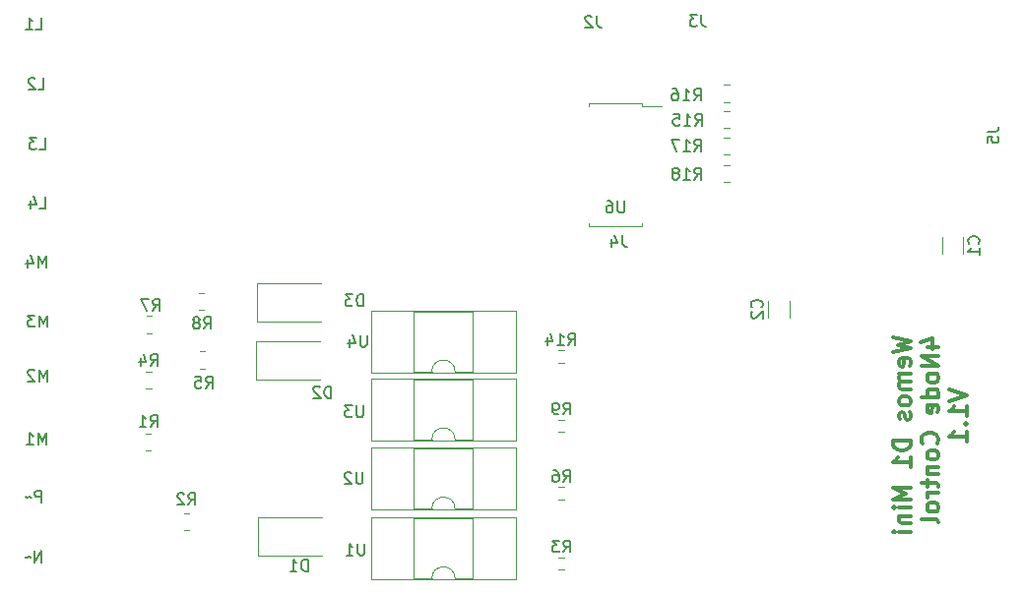
<source format=gbr>
%TF.GenerationSoftware,KiCad,Pcbnew,7.0.8*%
%TF.CreationDate,2025-02-03T20:38:03+05:30*%
%TF.ProjectId,WemosD1Mini-8266,57656d6f-7344-4314-9d69-6e692d383236,rev?*%
%TF.SameCoordinates,Original*%
%TF.FileFunction,Legend,Bot*%
%TF.FilePolarity,Positive*%
%FSLAX46Y46*%
G04 Gerber Fmt 4.6, Leading zero omitted, Abs format (unit mm)*
G04 Created by KiCad (PCBNEW 7.0.8) date 2025-02-03 20:38:03*
%MOMM*%
%LPD*%
G01*
G04 APERTURE LIST*
%ADD10C,0.150000*%
%ADD11C,0.300000*%
%ADD12C,0.120000*%
G04 APERTURE END LIST*
D10*
X103255124Y-128519819D02*
X103255124Y-127519819D01*
X103255124Y-127519819D02*
X102921791Y-128234104D01*
X102921791Y-128234104D02*
X102588458Y-127519819D01*
X102588458Y-127519819D02*
X102588458Y-128519819D01*
X102207505Y-127519819D02*
X101588458Y-127519819D01*
X101588458Y-127519819D02*
X101921791Y-127900771D01*
X101921791Y-127900771D02*
X101778934Y-127900771D01*
X101778934Y-127900771D02*
X101683696Y-127948390D01*
X101683696Y-127948390D02*
X101636077Y-127996009D01*
X101636077Y-127996009D02*
X101588458Y-128091247D01*
X101588458Y-128091247D02*
X101588458Y-128329342D01*
X101588458Y-128329342D02*
X101636077Y-128424580D01*
X101636077Y-128424580D02*
X101683696Y-128472200D01*
X101683696Y-128472200D02*
X101778934Y-128519819D01*
X101778934Y-128519819D02*
X102064648Y-128519819D01*
X102064648Y-128519819D02*
X102159886Y-128472200D01*
X102159886Y-128472200D02*
X102207505Y-128424580D01*
X103155124Y-138659819D02*
X103155124Y-137659819D01*
X103155124Y-137659819D02*
X102821791Y-138374104D01*
X102821791Y-138374104D02*
X102488458Y-137659819D01*
X102488458Y-137659819D02*
X102488458Y-138659819D01*
X101488458Y-138659819D02*
X102059886Y-138659819D01*
X101774172Y-138659819D02*
X101774172Y-137659819D01*
X101774172Y-137659819D02*
X101869410Y-137802676D01*
X101869410Y-137802676D02*
X101964648Y-137897914D01*
X101964648Y-137897914D02*
X102059886Y-137945533D01*
X102278934Y-102889819D02*
X102755124Y-102889819D01*
X102755124Y-102889819D02*
X102755124Y-101889819D01*
X101421791Y-102889819D02*
X101993219Y-102889819D01*
X101707505Y-102889819D02*
X101707505Y-101889819D01*
X101707505Y-101889819D02*
X101802743Y-102032676D01*
X101802743Y-102032676D02*
X101897981Y-102127914D01*
X101897981Y-102127914D02*
X101993219Y-102175533D01*
X102755124Y-143629819D02*
X102755124Y-142629819D01*
X102755124Y-142629819D02*
X102374172Y-142629819D01*
X102374172Y-142629819D02*
X102278934Y-142677438D01*
X102278934Y-142677438D02*
X102231315Y-142725057D01*
X102231315Y-142725057D02*
X102183696Y-142820295D01*
X102183696Y-142820295D02*
X102183696Y-142963152D01*
X102183696Y-142963152D02*
X102231315Y-143058390D01*
X102231315Y-143058390D02*
X102278934Y-143106009D01*
X102278934Y-143106009D02*
X102374172Y-143153628D01*
X102374172Y-143153628D02*
X102755124Y-143153628D01*
X101897981Y-143248866D02*
X101850362Y-143201247D01*
X101850362Y-143201247D02*
X101755124Y-143153628D01*
X101755124Y-143153628D02*
X101564648Y-143248866D01*
X101564648Y-143248866D02*
X101469410Y-143201247D01*
X101469410Y-143201247D02*
X101421791Y-143153628D01*
X102755124Y-148789819D02*
X102755124Y-147789819D01*
X102755124Y-147789819D02*
X102183696Y-148789819D01*
X102183696Y-148789819D02*
X102183696Y-147789819D01*
X101850362Y-148408866D02*
X101802743Y-148361247D01*
X101802743Y-148361247D02*
X101707505Y-148313628D01*
X101707505Y-148313628D02*
X101517029Y-148408866D01*
X101517029Y-148408866D02*
X101421791Y-148361247D01*
X101421791Y-148361247D02*
X101374172Y-148313628D01*
X102478934Y-108059819D02*
X102955124Y-108059819D01*
X102955124Y-108059819D02*
X102955124Y-107059819D01*
X102193219Y-107155057D02*
X102145600Y-107107438D01*
X102145600Y-107107438D02*
X102050362Y-107059819D01*
X102050362Y-107059819D02*
X101812267Y-107059819D01*
X101812267Y-107059819D02*
X101717029Y-107107438D01*
X101717029Y-107107438D02*
X101669410Y-107155057D01*
X101669410Y-107155057D02*
X101621791Y-107250295D01*
X101621791Y-107250295D02*
X101621791Y-107345533D01*
X101621791Y-107345533D02*
X101669410Y-107488390D01*
X101669410Y-107488390D02*
X102240838Y-108059819D01*
X102240838Y-108059819D02*
X101621791Y-108059819D01*
X102578934Y-113219819D02*
X103055124Y-113219819D01*
X103055124Y-113219819D02*
X103055124Y-112219819D01*
X102340838Y-112219819D02*
X101721791Y-112219819D01*
X101721791Y-112219819D02*
X102055124Y-112600771D01*
X102055124Y-112600771D02*
X101912267Y-112600771D01*
X101912267Y-112600771D02*
X101817029Y-112648390D01*
X101817029Y-112648390D02*
X101769410Y-112696009D01*
X101769410Y-112696009D02*
X101721791Y-112791247D01*
X101721791Y-112791247D02*
X101721791Y-113029342D01*
X101721791Y-113029342D02*
X101769410Y-113124580D01*
X101769410Y-113124580D02*
X101817029Y-113172200D01*
X101817029Y-113172200D02*
X101912267Y-113219819D01*
X101912267Y-113219819D02*
X102197981Y-113219819D01*
X102197981Y-113219819D02*
X102293219Y-113172200D01*
X102293219Y-113172200D02*
X102340838Y-113124580D01*
X102578934Y-118289819D02*
X103055124Y-118289819D01*
X103055124Y-118289819D02*
X103055124Y-117289819D01*
X101817029Y-117623152D02*
X101817029Y-118289819D01*
X102055124Y-117242200D02*
X102293219Y-117956485D01*
X102293219Y-117956485D02*
X101674172Y-117956485D01*
X103255124Y-133189819D02*
X103255124Y-132189819D01*
X103255124Y-132189819D02*
X102921791Y-132904104D01*
X102921791Y-132904104D02*
X102588458Y-132189819D01*
X102588458Y-132189819D02*
X102588458Y-133189819D01*
X102159886Y-132285057D02*
X102112267Y-132237438D01*
X102112267Y-132237438D02*
X102017029Y-132189819D01*
X102017029Y-132189819D02*
X101778934Y-132189819D01*
X101778934Y-132189819D02*
X101683696Y-132237438D01*
X101683696Y-132237438D02*
X101636077Y-132285057D01*
X101636077Y-132285057D02*
X101588458Y-132380295D01*
X101588458Y-132380295D02*
X101588458Y-132475533D01*
X101588458Y-132475533D02*
X101636077Y-132618390D01*
X101636077Y-132618390D02*
X102207505Y-133189819D01*
X102207505Y-133189819D02*
X101588458Y-133189819D01*
D11*
X176000828Y-129431653D02*
X177500828Y-129788796D01*
X177500828Y-129788796D02*
X176429400Y-130074510D01*
X176429400Y-130074510D02*
X177500828Y-130360225D01*
X177500828Y-130360225D02*
X176000828Y-130717368D01*
X177429400Y-131860225D02*
X177500828Y-131717368D01*
X177500828Y-131717368D02*
X177500828Y-131431654D01*
X177500828Y-131431654D02*
X177429400Y-131288796D01*
X177429400Y-131288796D02*
X177286542Y-131217368D01*
X177286542Y-131217368D02*
X176715114Y-131217368D01*
X176715114Y-131217368D02*
X176572257Y-131288796D01*
X176572257Y-131288796D02*
X176500828Y-131431654D01*
X176500828Y-131431654D02*
X176500828Y-131717368D01*
X176500828Y-131717368D02*
X176572257Y-131860225D01*
X176572257Y-131860225D02*
X176715114Y-131931654D01*
X176715114Y-131931654D02*
X176857971Y-131931654D01*
X176857971Y-131931654D02*
X177000828Y-131217368D01*
X177500828Y-132574510D02*
X176500828Y-132574510D01*
X176643685Y-132574510D02*
X176572257Y-132645939D01*
X176572257Y-132645939D02*
X176500828Y-132788796D01*
X176500828Y-132788796D02*
X176500828Y-133003082D01*
X176500828Y-133003082D02*
X176572257Y-133145939D01*
X176572257Y-133145939D02*
X176715114Y-133217368D01*
X176715114Y-133217368D02*
X177500828Y-133217368D01*
X176715114Y-133217368D02*
X176572257Y-133288796D01*
X176572257Y-133288796D02*
X176500828Y-133431653D01*
X176500828Y-133431653D02*
X176500828Y-133645939D01*
X176500828Y-133645939D02*
X176572257Y-133788796D01*
X176572257Y-133788796D02*
X176715114Y-133860225D01*
X176715114Y-133860225D02*
X177500828Y-133860225D01*
X177500828Y-134788796D02*
X177429400Y-134645939D01*
X177429400Y-134645939D02*
X177357971Y-134574510D01*
X177357971Y-134574510D02*
X177215114Y-134503082D01*
X177215114Y-134503082D02*
X176786542Y-134503082D01*
X176786542Y-134503082D02*
X176643685Y-134574510D01*
X176643685Y-134574510D02*
X176572257Y-134645939D01*
X176572257Y-134645939D02*
X176500828Y-134788796D01*
X176500828Y-134788796D02*
X176500828Y-135003082D01*
X176500828Y-135003082D02*
X176572257Y-135145939D01*
X176572257Y-135145939D02*
X176643685Y-135217368D01*
X176643685Y-135217368D02*
X176786542Y-135288796D01*
X176786542Y-135288796D02*
X177215114Y-135288796D01*
X177215114Y-135288796D02*
X177357971Y-135217368D01*
X177357971Y-135217368D02*
X177429400Y-135145939D01*
X177429400Y-135145939D02*
X177500828Y-135003082D01*
X177500828Y-135003082D02*
X177500828Y-134788796D01*
X177429400Y-135860225D02*
X177500828Y-136003082D01*
X177500828Y-136003082D02*
X177500828Y-136288796D01*
X177500828Y-136288796D02*
X177429400Y-136431653D01*
X177429400Y-136431653D02*
X177286542Y-136503082D01*
X177286542Y-136503082D02*
X177215114Y-136503082D01*
X177215114Y-136503082D02*
X177072257Y-136431653D01*
X177072257Y-136431653D02*
X177000828Y-136288796D01*
X177000828Y-136288796D02*
X177000828Y-136074511D01*
X177000828Y-136074511D02*
X176929400Y-135931653D01*
X176929400Y-135931653D02*
X176786542Y-135860225D01*
X176786542Y-135860225D02*
X176715114Y-135860225D01*
X176715114Y-135860225D02*
X176572257Y-135931653D01*
X176572257Y-135931653D02*
X176500828Y-136074511D01*
X176500828Y-136074511D02*
X176500828Y-136288796D01*
X176500828Y-136288796D02*
X176572257Y-136431653D01*
X177500828Y-138288796D02*
X176000828Y-138288796D01*
X176000828Y-138288796D02*
X176000828Y-138645939D01*
X176000828Y-138645939D02*
X176072257Y-138860225D01*
X176072257Y-138860225D02*
X176215114Y-139003082D01*
X176215114Y-139003082D02*
X176357971Y-139074511D01*
X176357971Y-139074511D02*
X176643685Y-139145939D01*
X176643685Y-139145939D02*
X176857971Y-139145939D01*
X176857971Y-139145939D02*
X177143685Y-139074511D01*
X177143685Y-139074511D02*
X177286542Y-139003082D01*
X177286542Y-139003082D02*
X177429400Y-138860225D01*
X177429400Y-138860225D02*
X177500828Y-138645939D01*
X177500828Y-138645939D02*
X177500828Y-138288796D01*
X177500828Y-140574511D02*
X177500828Y-139717368D01*
X177500828Y-140145939D02*
X176000828Y-140145939D01*
X176000828Y-140145939D02*
X176215114Y-140003082D01*
X176215114Y-140003082D02*
X176357971Y-139860225D01*
X176357971Y-139860225D02*
X176429400Y-139717368D01*
X177500828Y-142360224D02*
X176000828Y-142360224D01*
X176000828Y-142360224D02*
X177072257Y-142860224D01*
X177072257Y-142860224D02*
X176000828Y-143360224D01*
X176000828Y-143360224D02*
X177500828Y-143360224D01*
X177500828Y-144074510D02*
X176500828Y-144074510D01*
X176000828Y-144074510D02*
X176072257Y-144003082D01*
X176072257Y-144003082D02*
X176143685Y-144074510D01*
X176143685Y-144074510D02*
X176072257Y-144145939D01*
X176072257Y-144145939D02*
X176000828Y-144074510D01*
X176000828Y-144074510D02*
X176143685Y-144074510D01*
X176500828Y-144788796D02*
X177500828Y-144788796D01*
X176643685Y-144788796D02*
X176572257Y-144860225D01*
X176572257Y-144860225D02*
X176500828Y-145003082D01*
X176500828Y-145003082D02*
X176500828Y-145217368D01*
X176500828Y-145217368D02*
X176572257Y-145360225D01*
X176572257Y-145360225D02*
X176715114Y-145431654D01*
X176715114Y-145431654D02*
X177500828Y-145431654D01*
X177500828Y-146145939D02*
X176500828Y-146145939D01*
X176000828Y-146145939D02*
X176072257Y-146074511D01*
X176072257Y-146074511D02*
X176143685Y-146145939D01*
X176143685Y-146145939D02*
X176072257Y-146217368D01*
X176072257Y-146217368D02*
X176000828Y-146145939D01*
X176000828Y-146145939D02*
X176143685Y-146145939D01*
X178915828Y-130217368D02*
X179915828Y-130217368D01*
X178344400Y-129860225D02*
X179415828Y-129503082D01*
X179415828Y-129503082D02*
X179415828Y-130431653D01*
X179915828Y-131003081D02*
X178415828Y-131003081D01*
X178415828Y-131003081D02*
X179915828Y-131860224D01*
X179915828Y-131860224D02*
X178415828Y-131860224D01*
X179915828Y-132788796D02*
X179844400Y-132645939D01*
X179844400Y-132645939D02*
X179772971Y-132574510D01*
X179772971Y-132574510D02*
X179630114Y-132503082D01*
X179630114Y-132503082D02*
X179201542Y-132503082D01*
X179201542Y-132503082D02*
X179058685Y-132574510D01*
X179058685Y-132574510D02*
X178987257Y-132645939D01*
X178987257Y-132645939D02*
X178915828Y-132788796D01*
X178915828Y-132788796D02*
X178915828Y-133003082D01*
X178915828Y-133003082D02*
X178987257Y-133145939D01*
X178987257Y-133145939D02*
X179058685Y-133217368D01*
X179058685Y-133217368D02*
X179201542Y-133288796D01*
X179201542Y-133288796D02*
X179630114Y-133288796D01*
X179630114Y-133288796D02*
X179772971Y-133217368D01*
X179772971Y-133217368D02*
X179844400Y-133145939D01*
X179844400Y-133145939D02*
X179915828Y-133003082D01*
X179915828Y-133003082D02*
X179915828Y-132788796D01*
X179915828Y-134574511D02*
X178415828Y-134574511D01*
X179844400Y-134574511D02*
X179915828Y-134431653D01*
X179915828Y-134431653D02*
X179915828Y-134145939D01*
X179915828Y-134145939D02*
X179844400Y-134003082D01*
X179844400Y-134003082D02*
X179772971Y-133931653D01*
X179772971Y-133931653D02*
X179630114Y-133860225D01*
X179630114Y-133860225D02*
X179201542Y-133860225D01*
X179201542Y-133860225D02*
X179058685Y-133931653D01*
X179058685Y-133931653D02*
X178987257Y-134003082D01*
X178987257Y-134003082D02*
X178915828Y-134145939D01*
X178915828Y-134145939D02*
X178915828Y-134431653D01*
X178915828Y-134431653D02*
X178987257Y-134574511D01*
X179844400Y-135860225D02*
X179915828Y-135717368D01*
X179915828Y-135717368D02*
X179915828Y-135431654D01*
X179915828Y-135431654D02*
X179844400Y-135288796D01*
X179844400Y-135288796D02*
X179701542Y-135217368D01*
X179701542Y-135217368D02*
X179130114Y-135217368D01*
X179130114Y-135217368D02*
X178987257Y-135288796D01*
X178987257Y-135288796D02*
X178915828Y-135431654D01*
X178915828Y-135431654D02*
X178915828Y-135717368D01*
X178915828Y-135717368D02*
X178987257Y-135860225D01*
X178987257Y-135860225D02*
X179130114Y-135931654D01*
X179130114Y-135931654D02*
X179272971Y-135931654D01*
X179272971Y-135931654D02*
X179415828Y-135217368D01*
X179772971Y-138574510D02*
X179844400Y-138503082D01*
X179844400Y-138503082D02*
X179915828Y-138288796D01*
X179915828Y-138288796D02*
X179915828Y-138145939D01*
X179915828Y-138145939D02*
X179844400Y-137931653D01*
X179844400Y-137931653D02*
X179701542Y-137788796D01*
X179701542Y-137788796D02*
X179558685Y-137717367D01*
X179558685Y-137717367D02*
X179272971Y-137645939D01*
X179272971Y-137645939D02*
X179058685Y-137645939D01*
X179058685Y-137645939D02*
X178772971Y-137717367D01*
X178772971Y-137717367D02*
X178630114Y-137788796D01*
X178630114Y-137788796D02*
X178487257Y-137931653D01*
X178487257Y-137931653D02*
X178415828Y-138145939D01*
X178415828Y-138145939D02*
X178415828Y-138288796D01*
X178415828Y-138288796D02*
X178487257Y-138503082D01*
X178487257Y-138503082D02*
X178558685Y-138574510D01*
X179915828Y-139431653D02*
X179844400Y-139288796D01*
X179844400Y-139288796D02*
X179772971Y-139217367D01*
X179772971Y-139217367D02*
X179630114Y-139145939D01*
X179630114Y-139145939D02*
X179201542Y-139145939D01*
X179201542Y-139145939D02*
X179058685Y-139217367D01*
X179058685Y-139217367D02*
X178987257Y-139288796D01*
X178987257Y-139288796D02*
X178915828Y-139431653D01*
X178915828Y-139431653D02*
X178915828Y-139645939D01*
X178915828Y-139645939D02*
X178987257Y-139788796D01*
X178987257Y-139788796D02*
X179058685Y-139860225D01*
X179058685Y-139860225D02*
X179201542Y-139931653D01*
X179201542Y-139931653D02*
X179630114Y-139931653D01*
X179630114Y-139931653D02*
X179772971Y-139860225D01*
X179772971Y-139860225D02*
X179844400Y-139788796D01*
X179844400Y-139788796D02*
X179915828Y-139645939D01*
X179915828Y-139645939D02*
X179915828Y-139431653D01*
X178915828Y-140574510D02*
X179915828Y-140574510D01*
X179058685Y-140574510D02*
X178987257Y-140645939D01*
X178987257Y-140645939D02*
X178915828Y-140788796D01*
X178915828Y-140788796D02*
X178915828Y-141003082D01*
X178915828Y-141003082D02*
X178987257Y-141145939D01*
X178987257Y-141145939D02*
X179130114Y-141217368D01*
X179130114Y-141217368D02*
X179915828Y-141217368D01*
X178915828Y-141717368D02*
X178915828Y-142288796D01*
X178415828Y-141931653D02*
X179701542Y-141931653D01*
X179701542Y-141931653D02*
X179844400Y-142003082D01*
X179844400Y-142003082D02*
X179915828Y-142145939D01*
X179915828Y-142145939D02*
X179915828Y-142288796D01*
X179915828Y-142788796D02*
X178915828Y-142788796D01*
X179201542Y-142788796D02*
X179058685Y-142860225D01*
X179058685Y-142860225D02*
X178987257Y-142931654D01*
X178987257Y-142931654D02*
X178915828Y-143074511D01*
X178915828Y-143074511D02*
X178915828Y-143217368D01*
X179915828Y-143931653D02*
X179844400Y-143788796D01*
X179844400Y-143788796D02*
X179772971Y-143717367D01*
X179772971Y-143717367D02*
X179630114Y-143645939D01*
X179630114Y-143645939D02*
X179201542Y-143645939D01*
X179201542Y-143645939D02*
X179058685Y-143717367D01*
X179058685Y-143717367D02*
X178987257Y-143788796D01*
X178987257Y-143788796D02*
X178915828Y-143931653D01*
X178915828Y-143931653D02*
X178915828Y-144145939D01*
X178915828Y-144145939D02*
X178987257Y-144288796D01*
X178987257Y-144288796D02*
X179058685Y-144360225D01*
X179058685Y-144360225D02*
X179201542Y-144431653D01*
X179201542Y-144431653D02*
X179630114Y-144431653D01*
X179630114Y-144431653D02*
X179772971Y-144360225D01*
X179772971Y-144360225D02*
X179844400Y-144288796D01*
X179844400Y-144288796D02*
X179915828Y-144145939D01*
X179915828Y-144145939D02*
X179915828Y-143931653D01*
X179915828Y-145288796D02*
X179844400Y-145145939D01*
X179844400Y-145145939D02*
X179701542Y-145074510D01*
X179701542Y-145074510D02*
X178415828Y-145074510D01*
X180830828Y-133931653D02*
X182330828Y-134431653D01*
X182330828Y-134431653D02*
X180830828Y-134931653D01*
X182330828Y-136217367D02*
X182330828Y-135360224D01*
X182330828Y-135788795D02*
X180830828Y-135788795D01*
X180830828Y-135788795D02*
X181045114Y-135645938D01*
X181045114Y-135645938D02*
X181187971Y-135503081D01*
X181187971Y-135503081D02*
X181259400Y-135360224D01*
X182187971Y-136860223D02*
X182259400Y-136931652D01*
X182259400Y-136931652D02*
X182330828Y-136860223D01*
X182330828Y-136860223D02*
X182259400Y-136788795D01*
X182259400Y-136788795D02*
X182187971Y-136860223D01*
X182187971Y-136860223D02*
X182330828Y-136860223D01*
X182330828Y-138360224D02*
X182330828Y-137503081D01*
X182330828Y-137931652D02*
X180830828Y-137931652D01*
X180830828Y-137931652D02*
X181045114Y-137788795D01*
X181045114Y-137788795D02*
X181187971Y-137645938D01*
X181187971Y-137645938D02*
X181259400Y-137503081D01*
D10*
X103155124Y-123359819D02*
X103155124Y-122359819D01*
X103155124Y-122359819D02*
X102821791Y-123074104D01*
X102821791Y-123074104D02*
X102488458Y-122359819D01*
X102488458Y-122359819D02*
X102488458Y-123359819D01*
X101583696Y-122693152D02*
X101583696Y-123359819D01*
X101821791Y-122312200D02*
X102059886Y-123026485D01*
X102059886Y-123026485D02*
X101440839Y-123026485D01*
X184084819Y-111686666D02*
X184799104Y-111686666D01*
X184799104Y-111686666D02*
X184941961Y-111639047D01*
X184941961Y-111639047D02*
X185037200Y-111543809D01*
X185037200Y-111543809D02*
X185084819Y-111400952D01*
X185084819Y-111400952D02*
X185084819Y-111305714D01*
X184084819Y-112639047D02*
X184084819Y-112162857D01*
X184084819Y-112162857D02*
X184561009Y-112115238D01*
X184561009Y-112115238D02*
X184513390Y-112162857D01*
X184513390Y-112162857D02*
X184465771Y-112258095D01*
X184465771Y-112258095D02*
X184465771Y-112496190D01*
X184465771Y-112496190D02*
X184513390Y-112591428D01*
X184513390Y-112591428D02*
X184561009Y-112639047D01*
X184561009Y-112639047D02*
X184656247Y-112686666D01*
X184656247Y-112686666D02*
X184894342Y-112686666D01*
X184894342Y-112686666D02*
X184989580Y-112639047D01*
X184989580Y-112639047D02*
X185037200Y-112591428D01*
X185037200Y-112591428D02*
X185084819Y-112496190D01*
X185084819Y-112496190D02*
X185084819Y-112258095D01*
X185084819Y-112258095D02*
X185037200Y-112162857D01*
X185037200Y-112162857D02*
X184989580Y-112115238D01*
X159513333Y-101624819D02*
X159513333Y-102339104D01*
X159513333Y-102339104D02*
X159560952Y-102481961D01*
X159560952Y-102481961D02*
X159656190Y-102577200D01*
X159656190Y-102577200D02*
X159799047Y-102624819D01*
X159799047Y-102624819D02*
X159894285Y-102624819D01*
X159132380Y-101624819D02*
X158513333Y-101624819D01*
X158513333Y-101624819D02*
X158846666Y-102005771D01*
X158846666Y-102005771D02*
X158703809Y-102005771D01*
X158703809Y-102005771D02*
X158608571Y-102053390D01*
X158608571Y-102053390D02*
X158560952Y-102101009D01*
X158560952Y-102101009D02*
X158513333Y-102196247D01*
X158513333Y-102196247D02*
X158513333Y-102434342D01*
X158513333Y-102434342D02*
X158560952Y-102529580D01*
X158560952Y-102529580D02*
X158608571Y-102577200D01*
X158608571Y-102577200D02*
X158703809Y-102624819D01*
X158703809Y-102624819D02*
X158989523Y-102624819D01*
X158989523Y-102624819D02*
X159084761Y-102577200D01*
X159084761Y-102577200D02*
X159132380Y-102529580D01*
X150513333Y-101724819D02*
X150513333Y-102439104D01*
X150513333Y-102439104D02*
X150560952Y-102581961D01*
X150560952Y-102581961D02*
X150656190Y-102677200D01*
X150656190Y-102677200D02*
X150799047Y-102724819D01*
X150799047Y-102724819D02*
X150894285Y-102724819D01*
X150084761Y-101820057D02*
X150037142Y-101772438D01*
X150037142Y-101772438D02*
X149941904Y-101724819D01*
X149941904Y-101724819D02*
X149703809Y-101724819D01*
X149703809Y-101724819D02*
X149608571Y-101772438D01*
X149608571Y-101772438D02*
X149560952Y-101820057D01*
X149560952Y-101820057D02*
X149513333Y-101915295D01*
X149513333Y-101915295D02*
X149513333Y-102010533D01*
X149513333Y-102010533D02*
X149560952Y-102153390D01*
X149560952Y-102153390D02*
X150132380Y-102724819D01*
X150132380Y-102724819D02*
X149513333Y-102724819D01*
X152713333Y-120624819D02*
X152713333Y-121339104D01*
X152713333Y-121339104D02*
X152760952Y-121481961D01*
X152760952Y-121481961D02*
X152856190Y-121577200D01*
X152856190Y-121577200D02*
X152999047Y-121624819D01*
X152999047Y-121624819D02*
X153094285Y-121624819D01*
X151808571Y-120958152D02*
X151808571Y-121624819D01*
X152046666Y-120577200D02*
X152284761Y-121291485D01*
X152284761Y-121291485D02*
X151665714Y-121291485D01*
X112146666Y-131874819D02*
X112479999Y-131398628D01*
X112718094Y-131874819D02*
X112718094Y-130874819D01*
X112718094Y-130874819D02*
X112337142Y-130874819D01*
X112337142Y-130874819D02*
X112241904Y-130922438D01*
X112241904Y-130922438D02*
X112194285Y-130970057D01*
X112194285Y-130970057D02*
X112146666Y-131065295D01*
X112146666Y-131065295D02*
X112146666Y-131208152D01*
X112146666Y-131208152D02*
X112194285Y-131303390D01*
X112194285Y-131303390D02*
X112241904Y-131351009D01*
X112241904Y-131351009D02*
X112337142Y-131398628D01*
X112337142Y-131398628D02*
X112718094Y-131398628D01*
X111289523Y-131208152D02*
X111289523Y-131874819D01*
X111527618Y-130827200D02*
X111765713Y-131541485D01*
X111765713Y-131541485D02*
X111146666Y-131541485D01*
X147646666Y-147894819D02*
X147979999Y-147418628D01*
X148218094Y-147894819D02*
X148218094Y-146894819D01*
X148218094Y-146894819D02*
X147837142Y-146894819D01*
X147837142Y-146894819D02*
X147741904Y-146942438D01*
X147741904Y-146942438D02*
X147694285Y-146990057D01*
X147694285Y-146990057D02*
X147646666Y-147085295D01*
X147646666Y-147085295D02*
X147646666Y-147228152D01*
X147646666Y-147228152D02*
X147694285Y-147323390D01*
X147694285Y-147323390D02*
X147741904Y-147371009D01*
X147741904Y-147371009D02*
X147837142Y-147418628D01*
X147837142Y-147418628D02*
X148218094Y-147418628D01*
X147313332Y-146894819D02*
X146694285Y-146894819D01*
X146694285Y-146894819D02*
X147027618Y-147275771D01*
X147027618Y-147275771D02*
X146884761Y-147275771D01*
X146884761Y-147275771D02*
X146789523Y-147323390D01*
X146789523Y-147323390D02*
X146741904Y-147371009D01*
X146741904Y-147371009D02*
X146694285Y-147466247D01*
X146694285Y-147466247D02*
X146694285Y-147704342D01*
X146694285Y-147704342D02*
X146741904Y-147799580D01*
X146741904Y-147799580D02*
X146789523Y-147847200D01*
X146789523Y-147847200D02*
X146884761Y-147894819D01*
X146884761Y-147894819D02*
X147170475Y-147894819D01*
X147170475Y-147894819D02*
X147265713Y-147847200D01*
X147265713Y-147847200D02*
X147313332Y-147799580D01*
X152891904Y-117674819D02*
X152891904Y-118484342D01*
X152891904Y-118484342D02*
X152844285Y-118579580D01*
X152844285Y-118579580D02*
X152796666Y-118627200D01*
X152796666Y-118627200D02*
X152701428Y-118674819D01*
X152701428Y-118674819D02*
X152510952Y-118674819D01*
X152510952Y-118674819D02*
X152415714Y-118627200D01*
X152415714Y-118627200D02*
X152368095Y-118579580D01*
X152368095Y-118579580D02*
X152320476Y-118484342D01*
X152320476Y-118484342D02*
X152320476Y-117674819D01*
X151415714Y-117674819D02*
X151606190Y-117674819D01*
X151606190Y-117674819D02*
X151701428Y-117722438D01*
X151701428Y-117722438D02*
X151749047Y-117770057D01*
X151749047Y-117770057D02*
X151844285Y-117912914D01*
X151844285Y-117912914D02*
X151891904Y-118103390D01*
X151891904Y-118103390D02*
X151891904Y-118484342D01*
X151891904Y-118484342D02*
X151844285Y-118579580D01*
X151844285Y-118579580D02*
X151796666Y-118627200D01*
X151796666Y-118627200D02*
X151701428Y-118674819D01*
X151701428Y-118674819D02*
X151510952Y-118674819D01*
X151510952Y-118674819D02*
X151415714Y-118627200D01*
X151415714Y-118627200D02*
X151368095Y-118579580D01*
X151368095Y-118579580D02*
X151320476Y-118484342D01*
X151320476Y-118484342D02*
X151320476Y-118246247D01*
X151320476Y-118246247D02*
X151368095Y-118151009D01*
X151368095Y-118151009D02*
X151415714Y-118103390D01*
X151415714Y-118103390D02*
X151510952Y-118055771D01*
X151510952Y-118055771D02*
X151701428Y-118055771D01*
X151701428Y-118055771D02*
X151796666Y-118103390D01*
X151796666Y-118103390D02*
X151844285Y-118151009D01*
X151844285Y-118151009D02*
X151891904Y-118246247D01*
X147646666Y-136044819D02*
X147979999Y-135568628D01*
X148218094Y-136044819D02*
X148218094Y-135044819D01*
X148218094Y-135044819D02*
X147837142Y-135044819D01*
X147837142Y-135044819D02*
X147741904Y-135092438D01*
X147741904Y-135092438D02*
X147694285Y-135140057D01*
X147694285Y-135140057D02*
X147646666Y-135235295D01*
X147646666Y-135235295D02*
X147646666Y-135378152D01*
X147646666Y-135378152D02*
X147694285Y-135473390D01*
X147694285Y-135473390D02*
X147741904Y-135521009D01*
X147741904Y-135521009D02*
X147837142Y-135568628D01*
X147837142Y-135568628D02*
X148218094Y-135568628D01*
X147170475Y-136044819D02*
X146979999Y-136044819D01*
X146979999Y-136044819D02*
X146884761Y-135997200D01*
X146884761Y-135997200D02*
X146837142Y-135949580D01*
X146837142Y-135949580D02*
X146741904Y-135806723D01*
X146741904Y-135806723D02*
X146694285Y-135616247D01*
X146694285Y-135616247D02*
X146694285Y-135235295D01*
X146694285Y-135235295D02*
X146741904Y-135140057D01*
X146741904Y-135140057D02*
X146789523Y-135092438D01*
X146789523Y-135092438D02*
X146884761Y-135044819D01*
X146884761Y-135044819D02*
X147075237Y-135044819D01*
X147075237Y-135044819D02*
X147170475Y-135092438D01*
X147170475Y-135092438D02*
X147218094Y-135140057D01*
X147218094Y-135140057D02*
X147265713Y-135235295D01*
X147265713Y-135235295D02*
X147265713Y-135473390D01*
X147265713Y-135473390D02*
X147218094Y-135568628D01*
X147218094Y-135568628D02*
X147170475Y-135616247D01*
X147170475Y-135616247D02*
X147075237Y-135663866D01*
X147075237Y-135663866D02*
X146884761Y-135663866D01*
X146884761Y-135663866D02*
X146789523Y-135616247D01*
X146789523Y-135616247D02*
X146741904Y-135568628D01*
X146741904Y-135568628D02*
X146694285Y-135473390D01*
X148072857Y-130094819D02*
X148406190Y-129618628D01*
X148644285Y-130094819D02*
X148644285Y-129094819D01*
X148644285Y-129094819D02*
X148263333Y-129094819D01*
X148263333Y-129094819D02*
X148168095Y-129142438D01*
X148168095Y-129142438D02*
X148120476Y-129190057D01*
X148120476Y-129190057D02*
X148072857Y-129285295D01*
X148072857Y-129285295D02*
X148072857Y-129428152D01*
X148072857Y-129428152D02*
X148120476Y-129523390D01*
X148120476Y-129523390D02*
X148168095Y-129571009D01*
X148168095Y-129571009D02*
X148263333Y-129618628D01*
X148263333Y-129618628D02*
X148644285Y-129618628D01*
X147120476Y-130094819D02*
X147691904Y-130094819D01*
X147406190Y-130094819D02*
X147406190Y-129094819D01*
X147406190Y-129094819D02*
X147501428Y-129237676D01*
X147501428Y-129237676D02*
X147596666Y-129332914D01*
X147596666Y-129332914D02*
X147691904Y-129380533D01*
X146263333Y-129428152D02*
X146263333Y-130094819D01*
X146501428Y-129047200D02*
X146739523Y-129761485D01*
X146739523Y-129761485D02*
X146120476Y-129761485D01*
X116746666Y-128674819D02*
X117079999Y-128198628D01*
X117318094Y-128674819D02*
X117318094Y-127674819D01*
X117318094Y-127674819D02*
X116937142Y-127674819D01*
X116937142Y-127674819D02*
X116841904Y-127722438D01*
X116841904Y-127722438D02*
X116794285Y-127770057D01*
X116794285Y-127770057D02*
X116746666Y-127865295D01*
X116746666Y-127865295D02*
X116746666Y-128008152D01*
X116746666Y-128008152D02*
X116794285Y-128103390D01*
X116794285Y-128103390D02*
X116841904Y-128151009D01*
X116841904Y-128151009D02*
X116937142Y-128198628D01*
X116937142Y-128198628D02*
X117318094Y-128198628D01*
X116175237Y-128103390D02*
X116270475Y-128055771D01*
X116270475Y-128055771D02*
X116318094Y-128008152D01*
X116318094Y-128008152D02*
X116365713Y-127912914D01*
X116365713Y-127912914D02*
X116365713Y-127865295D01*
X116365713Y-127865295D02*
X116318094Y-127770057D01*
X116318094Y-127770057D02*
X116270475Y-127722438D01*
X116270475Y-127722438D02*
X116175237Y-127674819D01*
X116175237Y-127674819D02*
X115984761Y-127674819D01*
X115984761Y-127674819D02*
X115889523Y-127722438D01*
X115889523Y-127722438D02*
X115841904Y-127770057D01*
X115841904Y-127770057D02*
X115794285Y-127865295D01*
X115794285Y-127865295D02*
X115794285Y-127912914D01*
X115794285Y-127912914D02*
X115841904Y-128008152D01*
X115841904Y-128008152D02*
X115889523Y-128055771D01*
X115889523Y-128055771D02*
X115984761Y-128103390D01*
X115984761Y-128103390D02*
X116175237Y-128103390D01*
X116175237Y-128103390D02*
X116270475Y-128151009D01*
X116270475Y-128151009D02*
X116318094Y-128198628D01*
X116318094Y-128198628D02*
X116365713Y-128293866D01*
X116365713Y-128293866D02*
X116365713Y-128484342D01*
X116365713Y-128484342D02*
X116318094Y-128579580D01*
X116318094Y-128579580D02*
X116270475Y-128627200D01*
X116270475Y-128627200D02*
X116175237Y-128674819D01*
X116175237Y-128674819D02*
X115984761Y-128674819D01*
X115984761Y-128674819D02*
X115889523Y-128627200D01*
X115889523Y-128627200D02*
X115841904Y-128579580D01*
X115841904Y-128579580D02*
X115794285Y-128484342D01*
X115794285Y-128484342D02*
X115794285Y-128293866D01*
X115794285Y-128293866D02*
X115841904Y-128198628D01*
X115841904Y-128198628D02*
X115889523Y-128151009D01*
X115889523Y-128151009D02*
X115984761Y-128103390D01*
X158922857Y-115824819D02*
X159256190Y-115348628D01*
X159494285Y-115824819D02*
X159494285Y-114824819D01*
X159494285Y-114824819D02*
X159113333Y-114824819D01*
X159113333Y-114824819D02*
X159018095Y-114872438D01*
X159018095Y-114872438D02*
X158970476Y-114920057D01*
X158970476Y-114920057D02*
X158922857Y-115015295D01*
X158922857Y-115015295D02*
X158922857Y-115158152D01*
X158922857Y-115158152D02*
X158970476Y-115253390D01*
X158970476Y-115253390D02*
X159018095Y-115301009D01*
X159018095Y-115301009D02*
X159113333Y-115348628D01*
X159113333Y-115348628D02*
X159494285Y-115348628D01*
X157970476Y-115824819D02*
X158541904Y-115824819D01*
X158256190Y-115824819D02*
X158256190Y-114824819D01*
X158256190Y-114824819D02*
X158351428Y-114967676D01*
X158351428Y-114967676D02*
X158446666Y-115062914D01*
X158446666Y-115062914D02*
X158541904Y-115110533D01*
X157399047Y-115253390D02*
X157494285Y-115205771D01*
X157494285Y-115205771D02*
X157541904Y-115158152D01*
X157541904Y-115158152D02*
X157589523Y-115062914D01*
X157589523Y-115062914D02*
X157589523Y-115015295D01*
X157589523Y-115015295D02*
X157541904Y-114920057D01*
X157541904Y-114920057D02*
X157494285Y-114872438D01*
X157494285Y-114872438D02*
X157399047Y-114824819D01*
X157399047Y-114824819D02*
X157208571Y-114824819D01*
X157208571Y-114824819D02*
X157113333Y-114872438D01*
X157113333Y-114872438D02*
X157065714Y-114920057D01*
X157065714Y-114920057D02*
X157018095Y-115015295D01*
X157018095Y-115015295D02*
X157018095Y-115062914D01*
X157018095Y-115062914D02*
X157065714Y-115158152D01*
X157065714Y-115158152D02*
X157113333Y-115205771D01*
X157113333Y-115205771D02*
X157208571Y-115253390D01*
X157208571Y-115253390D02*
X157399047Y-115253390D01*
X157399047Y-115253390D02*
X157494285Y-115301009D01*
X157494285Y-115301009D02*
X157541904Y-115348628D01*
X157541904Y-115348628D02*
X157589523Y-115443866D01*
X157589523Y-115443866D02*
X157589523Y-115634342D01*
X157589523Y-115634342D02*
X157541904Y-115729580D01*
X157541904Y-115729580D02*
X157494285Y-115777200D01*
X157494285Y-115777200D02*
X157399047Y-115824819D01*
X157399047Y-115824819D02*
X157208571Y-115824819D01*
X157208571Y-115824819D02*
X157113333Y-115777200D01*
X157113333Y-115777200D02*
X157065714Y-115729580D01*
X157065714Y-115729580D02*
X157018095Y-115634342D01*
X157018095Y-115634342D02*
X157018095Y-115443866D01*
X157018095Y-115443866D02*
X157065714Y-115348628D01*
X157065714Y-115348628D02*
X157113333Y-115301009D01*
X157113333Y-115301009D02*
X157208571Y-115253390D01*
X158972857Y-111174819D02*
X159306190Y-110698628D01*
X159544285Y-111174819D02*
X159544285Y-110174819D01*
X159544285Y-110174819D02*
X159163333Y-110174819D01*
X159163333Y-110174819D02*
X159068095Y-110222438D01*
X159068095Y-110222438D02*
X159020476Y-110270057D01*
X159020476Y-110270057D02*
X158972857Y-110365295D01*
X158972857Y-110365295D02*
X158972857Y-110508152D01*
X158972857Y-110508152D02*
X159020476Y-110603390D01*
X159020476Y-110603390D02*
X159068095Y-110651009D01*
X159068095Y-110651009D02*
X159163333Y-110698628D01*
X159163333Y-110698628D02*
X159544285Y-110698628D01*
X158020476Y-111174819D02*
X158591904Y-111174819D01*
X158306190Y-111174819D02*
X158306190Y-110174819D01*
X158306190Y-110174819D02*
X158401428Y-110317676D01*
X158401428Y-110317676D02*
X158496666Y-110412914D01*
X158496666Y-110412914D02*
X158591904Y-110460533D01*
X157115714Y-110174819D02*
X157591904Y-110174819D01*
X157591904Y-110174819D02*
X157639523Y-110651009D01*
X157639523Y-110651009D02*
X157591904Y-110603390D01*
X157591904Y-110603390D02*
X157496666Y-110555771D01*
X157496666Y-110555771D02*
X157258571Y-110555771D01*
X157258571Y-110555771D02*
X157163333Y-110603390D01*
X157163333Y-110603390D02*
X157115714Y-110651009D01*
X157115714Y-110651009D02*
X157068095Y-110746247D01*
X157068095Y-110746247D02*
X157068095Y-110984342D01*
X157068095Y-110984342D02*
X157115714Y-111079580D01*
X157115714Y-111079580D02*
X157163333Y-111127200D01*
X157163333Y-111127200D02*
X157258571Y-111174819D01*
X157258571Y-111174819D02*
X157496666Y-111174819D01*
X157496666Y-111174819D02*
X157591904Y-111127200D01*
X157591904Y-111127200D02*
X157639523Y-111079580D01*
X130741904Y-129224819D02*
X130741904Y-130034342D01*
X130741904Y-130034342D02*
X130694285Y-130129580D01*
X130694285Y-130129580D02*
X130646666Y-130177200D01*
X130646666Y-130177200D02*
X130551428Y-130224819D01*
X130551428Y-130224819D02*
X130360952Y-130224819D01*
X130360952Y-130224819D02*
X130265714Y-130177200D01*
X130265714Y-130177200D02*
X130218095Y-130129580D01*
X130218095Y-130129580D02*
X130170476Y-130034342D01*
X130170476Y-130034342D02*
X130170476Y-129224819D01*
X129265714Y-129558152D02*
X129265714Y-130224819D01*
X129503809Y-129177200D02*
X129741904Y-129891485D01*
X129741904Y-129891485D02*
X129122857Y-129891485D01*
X116896666Y-133774819D02*
X117229999Y-133298628D01*
X117468094Y-133774819D02*
X117468094Y-132774819D01*
X117468094Y-132774819D02*
X117087142Y-132774819D01*
X117087142Y-132774819D02*
X116991904Y-132822438D01*
X116991904Y-132822438D02*
X116944285Y-132870057D01*
X116944285Y-132870057D02*
X116896666Y-132965295D01*
X116896666Y-132965295D02*
X116896666Y-133108152D01*
X116896666Y-133108152D02*
X116944285Y-133203390D01*
X116944285Y-133203390D02*
X116991904Y-133251009D01*
X116991904Y-133251009D02*
X117087142Y-133298628D01*
X117087142Y-133298628D02*
X117468094Y-133298628D01*
X115991904Y-132774819D02*
X116468094Y-132774819D01*
X116468094Y-132774819D02*
X116515713Y-133251009D01*
X116515713Y-133251009D02*
X116468094Y-133203390D01*
X116468094Y-133203390D02*
X116372856Y-133155771D01*
X116372856Y-133155771D02*
X116134761Y-133155771D01*
X116134761Y-133155771D02*
X116039523Y-133203390D01*
X116039523Y-133203390D02*
X115991904Y-133251009D01*
X115991904Y-133251009D02*
X115944285Y-133346247D01*
X115944285Y-133346247D02*
X115944285Y-133584342D01*
X115944285Y-133584342D02*
X115991904Y-133679580D01*
X115991904Y-133679580D02*
X116039523Y-133727200D01*
X116039523Y-133727200D02*
X116134761Y-133774819D01*
X116134761Y-133774819D02*
X116372856Y-133774819D01*
X116372856Y-133774819D02*
X116468094Y-133727200D01*
X116468094Y-133727200D02*
X116515713Y-133679580D01*
X130418094Y-126724819D02*
X130418094Y-125724819D01*
X130418094Y-125724819D02*
X130179999Y-125724819D01*
X130179999Y-125724819D02*
X130037142Y-125772438D01*
X130037142Y-125772438D02*
X129941904Y-125867676D01*
X129941904Y-125867676D02*
X129894285Y-125962914D01*
X129894285Y-125962914D02*
X129846666Y-126153390D01*
X129846666Y-126153390D02*
X129846666Y-126296247D01*
X129846666Y-126296247D02*
X129894285Y-126486723D01*
X129894285Y-126486723D02*
X129941904Y-126581961D01*
X129941904Y-126581961D02*
X130037142Y-126677200D01*
X130037142Y-126677200D02*
X130179999Y-126724819D01*
X130179999Y-126724819D02*
X130418094Y-126724819D01*
X129513332Y-125724819D02*
X128894285Y-125724819D01*
X128894285Y-125724819D02*
X129227618Y-126105771D01*
X129227618Y-126105771D02*
X129084761Y-126105771D01*
X129084761Y-126105771D02*
X128989523Y-126153390D01*
X128989523Y-126153390D02*
X128941904Y-126201009D01*
X128941904Y-126201009D02*
X128894285Y-126296247D01*
X128894285Y-126296247D02*
X128894285Y-126534342D01*
X128894285Y-126534342D02*
X128941904Y-126629580D01*
X128941904Y-126629580D02*
X128989523Y-126677200D01*
X128989523Y-126677200D02*
X129084761Y-126724819D01*
X129084761Y-126724819D02*
X129370475Y-126724819D01*
X129370475Y-126724819D02*
X129465713Y-126677200D01*
X129465713Y-126677200D02*
X129513332Y-126629580D01*
X125668094Y-149524819D02*
X125668094Y-148524819D01*
X125668094Y-148524819D02*
X125429999Y-148524819D01*
X125429999Y-148524819D02*
X125287142Y-148572438D01*
X125287142Y-148572438D02*
X125191904Y-148667676D01*
X125191904Y-148667676D02*
X125144285Y-148762914D01*
X125144285Y-148762914D02*
X125096666Y-148953390D01*
X125096666Y-148953390D02*
X125096666Y-149096247D01*
X125096666Y-149096247D02*
X125144285Y-149286723D01*
X125144285Y-149286723D02*
X125191904Y-149381961D01*
X125191904Y-149381961D02*
X125287142Y-149477200D01*
X125287142Y-149477200D02*
X125429999Y-149524819D01*
X125429999Y-149524819D02*
X125668094Y-149524819D01*
X124144285Y-149524819D02*
X124715713Y-149524819D01*
X124429999Y-149524819D02*
X124429999Y-148524819D01*
X124429999Y-148524819D02*
X124525237Y-148667676D01*
X124525237Y-148667676D02*
X124620475Y-148762914D01*
X124620475Y-148762914D02*
X124715713Y-148810533D01*
X127668094Y-134624819D02*
X127668094Y-133624819D01*
X127668094Y-133624819D02*
X127429999Y-133624819D01*
X127429999Y-133624819D02*
X127287142Y-133672438D01*
X127287142Y-133672438D02*
X127191904Y-133767676D01*
X127191904Y-133767676D02*
X127144285Y-133862914D01*
X127144285Y-133862914D02*
X127096666Y-134053390D01*
X127096666Y-134053390D02*
X127096666Y-134196247D01*
X127096666Y-134196247D02*
X127144285Y-134386723D01*
X127144285Y-134386723D02*
X127191904Y-134481961D01*
X127191904Y-134481961D02*
X127287142Y-134577200D01*
X127287142Y-134577200D02*
X127429999Y-134624819D01*
X127429999Y-134624819D02*
X127668094Y-134624819D01*
X126715713Y-133720057D02*
X126668094Y-133672438D01*
X126668094Y-133672438D02*
X126572856Y-133624819D01*
X126572856Y-133624819D02*
X126334761Y-133624819D01*
X126334761Y-133624819D02*
X126239523Y-133672438D01*
X126239523Y-133672438D02*
X126191904Y-133720057D01*
X126191904Y-133720057D02*
X126144285Y-133815295D01*
X126144285Y-133815295D02*
X126144285Y-133910533D01*
X126144285Y-133910533D02*
X126191904Y-134053390D01*
X126191904Y-134053390D02*
X126763332Y-134624819D01*
X126763332Y-134624819D02*
X126144285Y-134624819D01*
X130441904Y-135274819D02*
X130441904Y-136084342D01*
X130441904Y-136084342D02*
X130394285Y-136179580D01*
X130394285Y-136179580D02*
X130346666Y-136227200D01*
X130346666Y-136227200D02*
X130251428Y-136274819D01*
X130251428Y-136274819D02*
X130060952Y-136274819D01*
X130060952Y-136274819D02*
X129965714Y-136227200D01*
X129965714Y-136227200D02*
X129918095Y-136179580D01*
X129918095Y-136179580D02*
X129870476Y-136084342D01*
X129870476Y-136084342D02*
X129870476Y-135274819D01*
X129489523Y-135274819D02*
X128870476Y-135274819D01*
X128870476Y-135274819D02*
X129203809Y-135655771D01*
X129203809Y-135655771D02*
X129060952Y-135655771D01*
X129060952Y-135655771D02*
X128965714Y-135703390D01*
X128965714Y-135703390D02*
X128918095Y-135751009D01*
X128918095Y-135751009D02*
X128870476Y-135846247D01*
X128870476Y-135846247D02*
X128870476Y-136084342D01*
X128870476Y-136084342D02*
X128918095Y-136179580D01*
X128918095Y-136179580D02*
X128965714Y-136227200D01*
X128965714Y-136227200D02*
X129060952Y-136274819D01*
X129060952Y-136274819D02*
X129346666Y-136274819D01*
X129346666Y-136274819D02*
X129441904Y-136227200D01*
X129441904Y-136227200D02*
X129489523Y-136179580D01*
X183339580Y-121340833D02*
X183387200Y-121293214D01*
X183387200Y-121293214D02*
X183434819Y-121150357D01*
X183434819Y-121150357D02*
X183434819Y-121055119D01*
X183434819Y-121055119D02*
X183387200Y-120912262D01*
X183387200Y-120912262D02*
X183291961Y-120817024D01*
X183291961Y-120817024D02*
X183196723Y-120769405D01*
X183196723Y-120769405D02*
X183006247Y-120721786D01*
X183006247Y-120721786D02*
X182863390Y-120721786D01*
X182863390Y-120721786D02*
X182672914Y-120769405D01*
X182672914Y-120769405D02*
X182577676Y-120817024D01*
X182577676Y-120817024D02*
X182482438Y-120912262D01*
X182482438Y-120912262D02*
X182434819Y-121055119D01*
X182434819Y-121055119D02*
X182434819Y-121150357D01*
X182434819Y-121150357D02*
X182482438Y-121293214D01*
X182482438Y-121293214D02*
X182530057Y-121340833D01*
X183434819Y-122293214D02*
X183434819Y-121721786D01*
X183434819Y-122007500D02*
X182434819Y-122007500D01*
X182434819Y-122007500D02*
X182577676Y-121912262D01*
X182577676Y-121912262D02*
X182672914Y-121817024D01*
X182672914Y-121817024D02*
X182720533Y-121721786D01*
X130391904Y-141024819D02*
X130391904Y-141834342D01*
X130391904Y-141834342D02*
X130344285Y-141929580D01*
X130344285Y-141929580D02*
X130296666Y-141977200D01*
X130296666Y-141977200D02*
X130201428Y-142024819D01*
X130201428Y-142024819D02*
X130010952Y-142024819D01*
X130010952Y-142024819D02*
X129915714Y-141977200D01*
X129915714Y-141977200D02*
X129868095Y-141929580D01*
X129868095Y-141929580D02*
X129820476Y-141834342D01*
X129820476Y-141834342D02*
X129820476Y-141024819D01*
X129391904Y-141120057D02*
X129344285Y-141072438D01*
X129344285Y-141072438D02*
X129249047Y-141024819D01*
X129249047Y-141024819D02*
X129010952Y-141024819D01*
X129010952Y-141024819D02*
X128915714Y-141072438D01*
X128915714Y-141072438D02*
X128868095Y-141120057D01*
X128868095Y-141120057D02*
X128820476Y-141215295D01*
X128820476Y-141215295D02*
X128820476Y-141310533D01*
X128820476Y-141310533D02*
X128868095Y-141453390D01*
X128868095Y-141453390D02*
X129439523Y-142024819D01*
X129439523Y-142024819D02*
X128820476Y-142024819D01*
X130541904Y-147174819D02*
X130541904Y-147984342D01*
X130541904Y-147984342D02*
X130494285Y-148079580D01*
X130494285Y-148079580D02*
X130446666Y-148127200D01*
X130446666Y-148127200D02*
X130351428Y-148174819D01*
X130351428Y-148174819D02*
X130160952Y-148174819D01*
X130160952Y-148174819D02*
X130065714Y-148127200D01*
X130065714Y-148127200D02*
X130018095Y-148079580D01*
X130018095Y-148079580D02*
X129970476Y-147984342D01*
X129970476Y-147984342D02*
X129970476Y-147174819D01*
X128970476Y-148174819D02*
X129541904Y-148174819D01*
X129256190Y-148174819D02*
X129256190Y-147174819D01*
X129256190Y-147174819D02*
X129351428Y-147317676D01*
X129351428Y-147317676D02*
X129446666Y-147412914D01*
X129446666Y-147412914D02*
X129541904Y-147460533D01*
X164689580Y-126815833D02*
X164737200Y-126768214D01*
X164737200Y-126768214D02*
X164784819Y-126625357D01*
X164784819Y-126625357D02*
X164784819Y-126530119D01*
X164784819Y-126530119D02*
X164737200Y-126387262D01*
X164737200Y-126387262D02*
X164641961Y-126292024D01*
X164641961Y-126292024D02*
X164546723Y-126244405D01*
X164546723Y-126244405D02*
X164356247Y-126196786D01*
X164356247Y-126196786D02*
X164213390Y-126196786D01*
X164213390Y-126196786D02*
X164022914Y-126244405D01*
X164022914Y-126244405D02*
X163927676Y-126292024D01*
X163927676Y-126292024D02*
X163832438Y-126387262D01*
X163832438Y-126387262D02*
X163784819Y-126530119D01*
X163784819Y-126530119D02*
X163784819Y-126625357D01*
X163784819Y-126625357D02*
X163832438Y-126768214D01*
X163832438Y-126768214D02*
X163880057Y-126815833D01*
X163880057Y-127196786D02*
X163832438Y-127244405D01*
X163832438Y-127244405D02*
X163784819Y-127339643D01*
X163784819Y-127339643D02*
X163784819Y-127577738D01*
X163784819Y-127577738D02*
X163832438Y-127672976D01*
X163832438Y-127672976D02*
X163880057Y-127720595D01*
X163880057Y-127720595D02*
X163975295Y-127768214D01*
X163975295Y-127768214D02*
X164070533Y-127768214D01*
X164070533Y-127768214D02*
X164213390Y-127720595D01*
X164213390Y-127720595D02*
X164784819Y-127149167D01*
X164784819Y-127149167D02*
X164784819Y-127768214D01*
X112346666Y-127124819D02*
X112679999Y-126648628D01*
X112918094Y-127124819D02*
X112918094Y-126124819D01*
X112918094Y-126124819D02*
X112537142Y-126124819D01*
X112537142Y-126124819D02*
X112441904Y-126172438D01*
X112441904Y-126172438D02*
X112394285Y-126220057D01*
X112394285Y-126220057D02*
X112346666Y-126315295D01*
X112346666Y-126315295D02*
X112346666Y-126458152D01*
X112346666Y-126458152D02*
X112394285Y-126553390D01*
X112394285Y-126553390D02*
X112441904Y-126601009D01*
X112441904Y-126601009D02*
X112537142Y-126648628D01*
X112537142Y-126648628D02*
X112918094Y-126648628D01*
X112013332Y-126124819D02*
X111346666Y-126124819D01*
X111346666Y-126124819D02*
X111775237Y-127124819D01*
X147646666Y-141844819D02*
X147979999Y-141368628D01*
X148218094Y-141844819D02*
X148218094Y-140844819D01*
X148218094Y-140844819D02*
X147837142Y-140844819D01*
X147837142Y-140844819D02*
X147741904Y-140892438D01*
X147741904Y-140892438D02*
X147694285Y-140940057D01*
X147694285Y-140940057D02*
X147646666Y-141035295D01*
X147646666Y-141035295D02*
X147646666Y-141178152D01*
X147646666Y-141178152D02*
X147694285Y-141273390D01*
X147694285Y-141273390D02*
X147741904Y-141321009D01*
X147741904Y-141321009D02*
X147837142Y-141368628D01*
X147837142Y-141368628D02*
X148218094Y-141368628D01*
X146789523Y-140844819D02*
X146979999Y-140844819D01*
X146979999Y-140844819D02*
X147075237Y-140892438D01*
X147075237Y-140892438D02*
X147122856Y-140940057D01*
X147122856Y-140940057D02*
X147218094Y-141082914D01*
X147218094Y-141082914D02*
X147265713Y-141273390D01*
X147265713Y-141273390D02*
X147265713Y-141654342D01*
X147265713Y-141654342D02*
X147218094Y-141749580D01*
X147218094Y-141749580D02*
X147170475Y-141797200D01*
X147170475Y-141797200D02*
X147075237Y-141844819D01*
X147075237Y-141844819D02*
X146884761Y-141844819D01*
X146884761Y-141844819D02*
X146789523Y-141797200D01*
X146789523Y-141797200D02*
X146741904Y-141749580D01*
X146741904Y-141749580D02*
X146694285Y-141654342D01*
X146694285Y-141654342D02*
X146694285Y-141416247D01*
X146694285Y-141416247D02*
X146741904Y-141321009D01*
X146741904Y-141321009D02*
X146789523Y-141273390D01*
X146789523Y-141273390D02*
X146884761Y-141225771D01*
X146884761Y-141225771D02*
X147075237Y-141225771D01*
X147075237Y-141225771D02*
X147170475Y-141273390D01*
X147170475Y-141273390D02*
X147218094Y-141321009D01*
X147218094Y-141321009D02*
X147265713Y-141416247D01*
X115396666Y-143824819D02*
X115729999Y-143348628D01*
X115968094Y-143824819D02*
X115968094Y-142824819D01*
X115968094Y-142824819D02*
X115587142Y-142824819D01*
X115587142Y-142824819D02*
X115491904Y-142872438D01*
X115491904Y-142872438D02*
X115444285Y-142920057D01*
X115444285Y-142920057D02*
X115396666Y-143015295D01*
X115396666Y-143015295D02*
X115396666Y-143158152D01*
X115396666Y-143158152D02*
X115444285Y-143253390D01*
X115444285Y-143253390D02*
X115491904Y-143301009D01*
X115491904Y-143301009D02*
X115587142Y-143348628D01*
X115587142Y-143348628D02*
X115968094Y-143348628D01*
X115015713Y-142920057D02*
X114968094Y-142872438D01*
X114968094Y-142872438D02*
X114872856Y-142824819D01*
X114872856Y-142824819D02*
X114634761Y-142824819D01*
X114634761Y-142824819D02*
X114539523Y-142872438D01*
X114539523Y-142872438D02*
X114491904Y-142920057D01*
X114491904Y-142920057D02*
X114444285Y-143015295D01*
X114444285Y-143015295D02*
X114444285Y-143110533D01*
X114444285Y-143110533D02*
X114491904Y-143253390D01*
X114491904Y-143253390D02*
X115063332Y-143824819D01*
X115063332Y-143824819D02*
X114444285Y-143824819D01*
X158872857Y-109024819D02*
X159206190Y-108548628D01*
X159444285Y-109024819D02*
X159444285Y-108024819D01*
X159444285Y-108024819D02*
X159063333Y-108024819D01*
X159063333Y-108024819D02*
X158968095Y-108072438D01*
X158968095Y-108072438D02*
X158920476Y-108120057D01*
X158920476Y-108120057D02*
X158872857Y-108215295D01*
X158872857Y-108215295D02*
X158872857Y-108358152D01*
X158872857Y-108358152D02*
X158920476Y-108453390D01*
X158920476Y-108453390D02*
X158968095Y-108501009D01*
X158968095Y-108501009D02*
X159063333Y-108548628D01*
X159063333Y-108548628D02*
X159444285Y-108548628D01*
X157920476Y-109024819D02*
X158491904Y-109024819D01*
X158206190Y-109024819D02*
X158206190Y-108024819D01*
X158206190Y-108024819D02*
X158301428Y-108167676D01*
X158301428Y-108167676D02*
X158396666Y-108262914D01*
X158396666Y-108262914D02*
X158491904Y-108310533D01*
X157063333Y-108024819D02*
X157253809Y-108024819D01*
X157253809Y-108024819D02*
X157349047Y-108072438D01*
X157349047Y-108072438D02*
X157396666Y-108120057D01*
X157396666Y-108120057D02*
X157491904Y-108262914D01*
X157491904Y-108262914D02*
X157539523Y-108453390D01*
X157539523Y-108453390D02*
X157539523Y-108834342D01*
X157539523Y-108834342D02*
X157491904Y-108929580D01*
X157491904Y-108929580D02*
X157444285Y-108977200D01*
X157444285Y-108977200D02*
X157349047Y-109024819D01*
X157349047Y-109024819D02*
X157158571Y-109024819D01*
X157158571Y-109024819D02*
X157063333Y-108977200D01*
X157063333Y-108977200D02*
X157015714Y-108929580D01*
X157015714Y-108929580D02*
X156968095Y-108834342D01*
X156968095Y-108834342D02*
X156968095Y-108596247D01*
X156968095Y-108596247D02*
X157015714Y-108501009D01*
X157015714Y-108501009D02*
X157063333Y-108453390D01*
X157063333Y-108453390D02*
X157158571Y-108405771D01*
X157158571Y-108405771D02*
X157349047Y-108405771D01*
X157349047Y-108405771D02*
X157444285Y-108453390D01*
X157444285Y-108453390D02*
X157491904Y-108501009D01*
X157491904Y-108501009D02*
X157539523Y-108596247D01*
X112146666Y-137124819D02*
X112479999Y-136648628D01*
X112718094Y-137124819D02*
X112718094Y-136124819D01*
X112718094Y-136124819D02*
X112337142Y-136124819D01*
X112337142Y-136124819D02*
X112241904Y-136172438D01*
X112241904Y-136172438D02*
X112194285Y-136220057D01*
X112194285Y-136220057D02*
X112146666Y-136315295D01*
X112146666Y-136315295D02*
X112146666Y-136458152D01*
X112146666Y-136458152D02*
X112194285Y-136553390D01*
X112194285Y-136553390D02*
X112241904Y-136601009D01*
X112241904Y-136601009D02*
X112337142Y-136648628D01*
X112337142Y-136648628D02*
X112718094Y-136648628D01*
X111194285Y-137124819D02*
X111765713Y-137124819D01*
X111479999Y-137124819D02*
X111479999Y-136124819D01*
X111479999Y-136124819D02*
X111575237Y-136267676D01*
X111575237Y-136267676D02*
X111670475Y-136362914D01*
X111670475Y-136362914D02*
X111765713Y-136410533D01*
X158922857Y-113374819D02*
X159256190Y-112898628D01*
X159494285Y-113374819D02*
X159494285Y-112374819D01*
X159494285Y-112374819D02*
X159113333Y-112374819D01*
X159113333Y-112374819D02*
X159018095Y-112422438D01*
X159018095Y-112422438D02*
X158970476Y-112470057D01*
X158970476Y-112470057D02*
X158922857Y-112565295D01*
X158922857Y-112565295D02*
X158922857Y-112708152D01*
X158922857Y-112708152D02*
X158970476Y-112803390D01*
X158970476Y-112803390D02*
X159018095Y-112851009D01*
X159018095Y-112851009D02*
X159113333Y-112898628D01*
X159113333Y-112898628D02*
X159494285Y-112898628D01*
X157970476Y-113374819D02*
X158541904Y-113374819D01*
X158256190Y-113374819D02*
X158256190Y-112374819D01*
X158256190Y-112374819D02*
X158351428Y-112517676D01*
X158351428Y-112517676D02*
X158446666Y-112612914D01*
X158446666Y-112612914D02*
X158541904Y-112660533D01*
X157637142Y-112374819D02*
X156970476Y-112374819D01*
X156970476Y-112374819D02*
X157399047Y-113374819D01*
D12*
%TO.C,R4*%
X111752936Y-132385000D02*
X112207064Y-132385000D01*
X111752936Y-133855000D02*
X112207064Y-133855000D01*
%TO.C,R3*%
X147734724Y-149392500D02*
X147225276Y-149392500D01*
X147734724Y-148347500D02*
X147225276Y-148347500D01*
%TO.C,U6*%
X154440000Y-119880000D02*
X154440000Y-119600000D01*
X154440000Y-109540000D02*
X156130000Y-109540000D01*
X154440000Y-109260000D02*
X154440000Y-109540000D01*
X152130000Y-119880000D02*
X154440000Y-119880000D01*
X152130000Y-119880000D02*
X149820000Y-119880000D01*
X152130000Y-109260000D02*
X154440000Y-109260000D01*
X152130000Y-109260000D02*
X149820000Y-109260000D01*
X149820000Y-119880000D02*
X149820000Y-119600000D01*
X149820000Y-109260000D02*
X149820000Y-109540000D01*
%TO.C,R9*%
X147734724Y-137542500D02*
X147225276Y-137542500D01*
X147734724Y-136497500D02*
X147225276Y-136497500D01*
%TO.C,R14*%
X147684724Y-131592500D02*
X147175276Y-131592500D01*
X147684724Y-130547500D02*
X147175276Y-130547500D01*
%TO.C,R8*%
X116302936Y-125585000D02*
X116757064Y-125585000D01*
X116302936Y-127055000D02*
X116757064Y-127055000D01*
%TO.C,R18*%
X161452936Y-114585000D02*
X161907064Y-114585000D01*
X161452936Y-116055000D02*
X161907064Y-116055000D01*
%TO.C,R15*%
X161452936Y-109935000D02*
X161907064Y-109935000D01*
X161452936Y-111405000D02*
X161907064Y-111405000D01*
%TO.C,U4*%
X131095000Y-127110000D02*
X143565000Y-127110000D01*
X131095000Y-132430000D02*
X131095000Y-127110000D01*
X134795000Y-127170000D02*
X139865000Y-127170000D01*
X134795000Y-132370000D02*
X134795000Y-127170000D01*
X136330000Y-132370000D02*
X134795000Y-132370000D01*
X139865000Y-127170000D02*
X139865000Y-132370000D01*
X139865000Y-132370000D02*
X138330000Y-132370000D01*
X143565000Y-127110000D02*
X143565000Y-132430000D01*
X143565000Y-132430000D02*
X131095000Y-132430000D01*
X138330000Y-132370000D02*
G75*
G03*
X136330000Y-132370000I-1000000J0D01*
G01*
%TO.C,R5*%
X116352936Y-130635000D02*
X116807064Y-130635000D01*
X116352936Y-132105000D02*
X116807064Y-132105000D01*
%TO.C,D3*%
X121320000Y-124720000D02*
X126830000Y-124720000D01*
X121320000Y-128020000D02*
X121320000Y-124720000D01*
X121320000Y-128020000D02*
X126830000Y-128020000D01*
%TO.C,D1*%
X121420000Y-144920000D02*
X126930000Y-144920000D01*
X121420000Y-148220000D02*
X121420000Y-144920000D01*
X121420000Y-148220000D02*
X126930000Y-148220000D01*
%TO.C,D2*%
X121220000Y-129720000D02*
X126730000Y-129720000D01*
X121220000Y-133020000D02*
X121220000Y-129720000D01*
X121220000Y-133020000D02*
X126730000Y-133020000D01*
%TO.C,U3*%
X131095000Y-132960000D02*
X143565000Y-132960000D01*
X131095000Y-138280000D02*
X131095000Y-132960000D01*
X134795000Y-133020000D02*
X139865000Y-133020000D01*
X134795000Y-138220000D02*
X134795000Y-133020000D01*
X136330000Y-138220000D02*
X134795000Y-138220000D01*
X139865000Y-133020000D02*
X139865000Y-138220000D01*
X139865000Y-138220000D02*
X138330000Y-138220000D01*
X143565000Y-132960000D02*
X143565000Y-138280000D01*
X143565000Y-138280000D02*
X131095000Y-138280000D01*
X138330000Y-138220000D02*
G75*
G03*
X136330000Y-138220000I-1000000J0D01*
G01*
%TO.C,C1*%
X180220000Y-122218752D02*
X180220000Y-120796248D01*
X182040000Y-122218752D02*
X182040000Y-120796248D01*
%TO.C,U2*%
X131095000Y-138910000D02*
X143565000Y-138910000D01*
X131095000Y-144230000D02*
X131095000Y-138910000D01*
X134795000Y-138970000D02*
X139865000Y-138970000D01*
X134795000Y-144170000D02*
X134795000Y-138970000D01*
X136330000Y-144170000D02*
X134795000Y-144170000D01*
X139865000Y-138970000D02*
X139865000Y-144170000D01*
X139865000Y-144170000D02*
X138330000Y-144170000D01*
X143565000Y-138910000D02*
X143565000Y-144230000D01*
X143565000Y-144230000D02*
X131095000Y-144230000D01*
X138330000Y-144170000D02*
G75*
G03*
X136330000Y-144170000I-1000000J0D01*
G01*
%TO.C,U1*%
X131095000Y-144910000D02*
X143565000Y-144910000D01*
X131095000Y-150230000D02*
X131095000Y-144910000D01*
X134795000Y-144970000D02*
X139865000Y-144970000D01*
X134795000Y-150170000D02*
X134795000Y-144970000D01*
X136330000Y-150170000D02*
X134795000Y-150170000D01*
X139865000Y-144970000D02*
X139865000Y-150170000D01*
X139865000Y-150170000D02*
X138330000Y-150170000D01*
X143565000Y-144910000D02*
X143565000Y-150230000D01*
X143565000Y-150230000D02*
X131095000Y-150230000D01*
X138330000Y-150170000D02*
G75*
G03*
X136330000Y-150170000I-1000000J0D01*
G01*
%TO.C,C2*%
X167090000Y-126271248D02*
X167090000Y-127693752D01*
X165270000Y-126271248D02*
X165270000Y-127693752D01*
%TO.C,R7*%
X111802936Y-127585000D02*
X112257064Y-127585000D01*
X111802936Y-129055000D02*
X112257064Y-129055000D01*
%TO.C,R6*%
X147734724Y-143342500D02*
X147225276Y-143342500D01*
X147734724Y-142297500D02*
X147225276Y-142297500D01*
%TO.C,R2*%
X115002936Y-144535000D02*
X115457064Y-144535000D01*
X115002936Y-146005000D02*
X115457064Y-146005000D01*
%TO.C,R16*%
X161452936Y-107685000D02*
X161907064Y-107685000D01*
X161452936Y-109155000D02*
X161907064Y-109155000D01*
%TO.C,R1*%
X111702936Y-137685000D02*
X112157064Y-137685000D01*
X111702936Y-139155000D02*
X112157064Y-139155000D01*
%TO.C,R17*%
X161452936Y-112185000D02*
X161907064Y-112185000D01*
X161452936Y-113655000D02*
X161907064Y-113655000D01*
%TD*%
M02*

</source>
